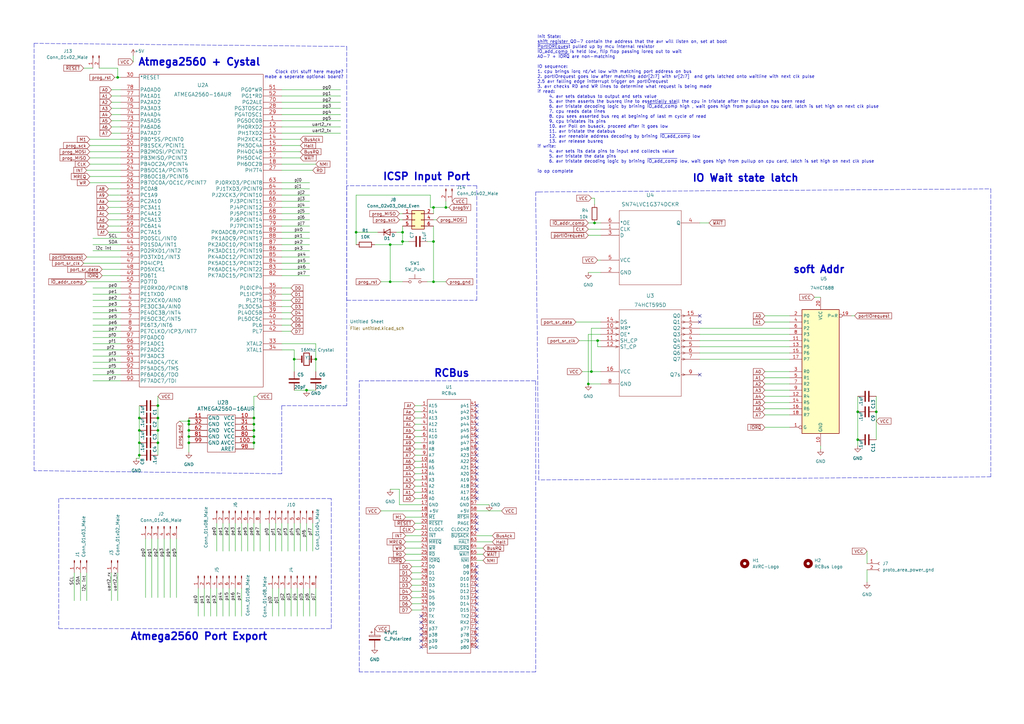
<source format=kicad_sch>
(kicad_sch (version 20211123) (generator eeschema)
  (paper "A3")
  (junction (at 351.79 180.34))
  (junction (at 242.57 152.4))
  (junction (at 48.26 31.75))
  (junction (at 165.1 99.06))
  (junction (at 177.8 115.57))
  (junction (at 77.47 172.72))
  (junction (at 77.47 176.53))
  (junction (at 177.8 85.09))
  (junction (at 77.47 173.99))
  (junction (at 57.15 171.45))
  (junction (at 64.77 176.53))
  (junction (at 64.77 166.37))
  (junction (at 165.1 95.25))
  (junction (at 104.14 181.61))
  (junction (at 243.84 91.44))
  (junction (at 177.8 99.06))
  (junction (at 120.65 147.32))
  (junction (at 104.14 179.07))
  (junction (at 64.77 171.45))
  (junction (at 57.15 186.69))
  (junction (at 351.79 168.91))
  (junction (at 64.77 181.61))
  (junction (at 160.02 100.33))
  (junction (at 146.05 95.25))
  (junction (at 77.47 179.07))
  (junction (at 77.47 181.61))
  (junction (at 129.54 147.32))
  (junction (at 359.41 168.91))
  (junction (at 57.15 176.53))
  (junction (at 241.3 157.48))
  (junction (at 104.14 171.45))
  (junction (at 160.02 115.57))
  (junction (at 104.14 173.99))
  (junction (at 245.11 139.7))
  (junction (at 57.15 181.61))
  (junction (at 125.73 160.02))
  (junction (at 104.14 176.53))
  (junction (at 182.88 85.09))
  (no_connect (at 287.02 132.08))
  (no_connect (at 287.02 129.54))
  (no_connect (at 172.72 257.81))
  (no_connect (at 172.72 262.89))
  (no_connect (at 287.02 153.67))
  (no_connect (at 195.58 265.43))
  (no_connect (at 195.58 262.89))
  (no_connect (at 195.58 260.35))
  (no_connect (at 195.58 237.49))
  (no_connect (at 195.58 234.95))
  (no_connect (at 195.58 232.41))
  (no_connect (at 195.58 217.17))
  (no_connect (at 195.58 214.63))
  (no_connect (at 195.58 212.09))
  (no_connect (at 195.58 257.81))
  (no_connect (at 195.58 255.27))
  (no_connect (at 195.58 252.73))
  (no_connect (at 195.58 250.19))
  (no_connect (at 195.58 247.65))
  (no_connect (at 195.58 245.11))
  (no_connect (at 195.58 242.57))
  (no_connect (at 195.58 240.03))
  (no_connect (at 195.58 204.47))
  (no_connect (at 195.58 196.85))
  (no_connect (at 195.58 173.99))
  (no_connect (at 195.58 171.45))
  (no_connect (at 195.58 168.91))
  (no_connect (at 195.58 166.37))
  (no_connect (at 195.58 201.93))
  (no_connect (at 195.58 199.39))
  (no_connect (at 195.58 194.31))
  (no_connect (at 195.58 191.77))
  (no_connect (at 195.58 189.23))
  (no_connect (at 195.58 186.69))
  (no_connect (at 195.58 184.15))
  (no_connect (at 195.58 181.61))
  (no_connect (at 195.58 179.07))
  (no_connect (at 195.58 176.53))
  (no_connect (at 172.72 255.27))
  (no_connect (at 172.72 260.35))
  (no_connect (at 172.72 252.73))
  (no_connect (at 172.72 265.43))
  (wire (pts (xy 106.68 226.06) (xy 106.68 214.63)))
  (wire (pts (xy 77.47 181.61) (xy 77.47 185.42)))
  (wire (pts (xy 64.77 181.61) (xy 64.77 186.69)))
  (wire (pts (xy 54.61 22.86) (xy 54.61 25.4)))
  (wire (pts (xy 36.83 57.15) (xy 49.53 57.15)))
  (wire (pts (xy 123.19 57.15) (xy 115.57 57.15)))
  (wire (pts (xy 36.83 67.31) (xy 49.53 67.31)))
  (wire (pts (xy 38.1 151.13) (xy 49.53 151.13)))
  (wire (pts (xy 115.57 85.09) (xy 127 85.09)))
  (wire (pts (xy 64.77 176.53) (xy 64.77 181.61)))
  (wire (pts (xy 245.11 142.24) (xy 245.11 139.7)))
  (wire (pts (xy 114.3 252.73) (xy 114.3 241.3)))
  (wire (pts (xy 359.41 168.91) (xy 359.41 180.34)))
  (wire (pts (xy 170.18 196.85) (xy 172.72 196.85)))
  (wire (pts (xy 351.79 168.91) (xy 351.79 180.34)))
  (wire (pts (xy 115.57 54.61) (xy 139.7 54.61)))
  (wire (pts (xy 313.69 152.4) (xy 323.85 152.4)))
  (wire (pts (xy 170.18 191.77) (xy 172.72 191.77)))
  (wire (pts (xy 55.88 187.96) (xy 57.15 187.96)))
  (wire (pts (xy 30.48 246.38) (xy 30.48 234.95)))
  (wire (pts (xy 77.47 171.45) (xy 77.47 172.72)))
  (wire (pts (xy 64.77 245.11) (xy 64.77 220.98)))
  (wire (pts (xy 287.02 142.24) (xy 323.85 142.24)))
  (wire (pts (xy 115.57 82.55) (xy 127 82.55)))
  (wire (pts (xy 170.18 194.31) (xy 172.72 194.31)))
  (wire (pts (xy 46.99 31.75) (xy 48.26 31.75)))
  (polyline (pts (xy 115.57 166.37) (xy 115.57 194.31)))
  (wire (pts (xy 125.73 226.06) (xy 125.73 214.63)))
  (wire (pts (xy 241.3 111.76) (xy 246.38 111.76)))
  (wire (pts (xy 99.06 252.73) (xy 99.06 241.3)))
  (wire (pts (xy 243.84 91.44) (xy 246.38 91.44)))
  (wire (pts (xy 38.1 125.73) (xy 49.53 125.73)))
  (wire (pts (xy 170.18 217.17) (xy 172.72 217.17)))
  (wire (pts (xy 86.36 252.73) (xy 86.36 241.3)))
  (wire (pts (xy 57.15 187.96) (xy 57.15 186.69)))
  (wire (pts (xy 38.1 143.51) (xy 49.53 143.51)))
  (wire (pts (xy 110.49 226.06) (xy 110.49 214.63)))
  (wire (pts (xy 287.02 91.44) (xy 290.83 91.44)))
  (wire (pts (xy 165.1 95.25) (xy 165.1 92.71)))
  (wire (pts (xy 101.6 226.06) (xy 101.6 214.63)))
  (wire (pts (xy 93.98 226.06) (xy 93.98 214.63)))
  (polyline (pts (xy 142.24 19.05) (xy 142.24 166.37)))
  (wire (pts (xy 120.65 160.02) (xy 125.73 160.02)))
  (wire (pts (xy 198.12 227.33) (xy 195.58 227.33)))
  (wire (pts (xy 176.53 80.01) (xy 176.53 85.09)))
  (wire (pts (xy 45.72 52.07) (xy 49.53 52.07)))
  (wire (pts (xy 168.91 237.49) (xy 172.72 237.49)))
  (wire (pts (xy 313.69 165.1) (xy 323.85 165.1)))
  (wire (pts (xy 163.83 87.63) (xy 165.1 87.63)))
  (wire (pts (xy 313.69 167.64) (xy 323.85 167.64)))
  (wire (pts (xy 313.69 160.02) (xy 323.85 160.02)))
  (wire (pts (xy 115.57 36.83) (xy 139.7 36.83)))
  (wire (pts (xy 115.57 105.41) (xy 127 105.41)))
  (polyline (pts (xy 406.4 77.47) (xy 406.4 195.58)))
  (wire (pts (xy 104.14 226.06) (xy 104.14 214.63)))
  (wire (pts (xy 123.19 59.69) (xy 115.57 59.69)))
  (wire (pts (xy 163.83 90.17) (xy 165.1 90.17)))
  (wire (pts (xy 160.02 115.57) (xy 160.02 100.33)))
  (wire (pts (xy 115.57 77.47) (xy 127 77.47)))
  (wire (pts (xy 104.14 173.99) (xy 104.14 171.45)))
  (wire (pts (xy 156.21 115.57) (xy 160.02 115.57)))
  (wire (pts (xy 163.83 207.01) (xy 163.83 200.66)))
  (wire (pts (xy 128.27 69.85) (xy 115.57 69.85)))
  (wire (pts (xy 91.44 252.73) (xy 91.44 241.3)))
  (wire (pts (xy 36.83 62.23) (xy 49.53 62.23)))
  (wire (pts (xy 44.45 95.25) (xy 49.53 95.25)))
  (polyline (pts (xy 219.71 78.74) (xy 220.98 78.74)))
  (wire (pts (xy 163.83 200.66) (xy 160.02 200.66)))
  (wire (pts (xy 48.26 31.75) (xy 49.53 31.75)))
  (wire (pts (xy 313.69 129.54) (xy 323.85 129.54)))
  (wire (pts (xy 119.38 120.65) (xy 115.57 120.65)))
  (wire (pts (xy 177.8 99.06) (xy 177.8 115.57)))
  (wire (pts (xy 36.83 72.39) (xy 49.53 72.39)))
  (wire (pts (xy 170.18 204.47) (xy 172.72 204.47)))
  (wire (pts (xy 170.18 186.69) (xy 172.72 186.69)))
  (wire (pts (xy 287.02 137.16) (xy 323.85 137.16)))
  (wire (pts (xy 129.54 252.73) (xy 129.54 241.3)))
  (wire (pts (xy 146.05 80.01) (xy 176.53 80.01)))
  (wire (pts (xy 120.65 147.32) (xy 120.65 152.4)))
  (wire (pts (xy 351.79 180.34) (xy 351.79 182.88)))
  (wire (pts (xy 77.47 173.99) (xy 77.47 176.53)))
  (wire (pts (xy 115.57 52.07) (xy 139.7 52.07)))
  (wire (pts (xy 313.69 154.94) (xy 323.85 154.94)))
  (wire (pts (xy 287.02 139.7) (xy 323.85 139.7)))
  (wire (pts (xy 38.1 120.65) (xy 49.53 120.65)))
  (wire (pts (xy 170.18 171.45) (xy 172.72 171.45)))
  (wire (pts (xy 44.45 92.71) (xy 49.53 92.71)))
  (wire (pts (xy 125.73 160.02) (xy 129.54 160.02)))
  (wire (pts (xy 166.37 224.79) (xy 172.72 224.79)))
  (wire (pts (xy 115.57 41.91) (xy 139.7 41.91)))
  (polyline (pts (xy 147.32 275.59) (xy 147.32 156.21)))
  (wire (pts (xy 182.88 82.55) (xy 182.88 85.09)))
  (wire (pts (xy 104.14 179.07) (xy 104.14 176.53)))
  (wire (pts (xy 166.37 229.87) (xy 172.72 229.87)))
  (wire (pts (xy 119.38 125.73) (xy 115.57 125.73)))
  (wire (pts (xy 245.11 106.68) (xy 246.38 106.68)))
  (wire (pts (xy 166.37 222.25) (xy 172.72 222.25)))
  (wire (pts (xy 35.56 105.41) (xy 49.53 105.41)))
  (wire (pts (xy 160.02 115.57) (xy 165.1 115.57)))
  (wire (pts (xy 72.39 245.11) (xy 72.39 220.98)))
  (wire (pts (xy 241.3 137.16) (xy 241.3 157.48)))
  (wire (pts (xy 45.72 54.61) (xy 49.53 54.61)))
  (wire (pts (xy 146.05 100.33) (xy 146.05 95.25)))
  (wire (pts (xy 38.1 148.59) (xy 49.53 148.59)))
  (wire (pts (xy 48.26 234.95) (xy 48.26 246.38)))
  (polyline (pts (xy 24.13 257.81) (xy 135.89 257.81)))
  (wire (pts (xy 35.56 69.85) (xy 49.53 69.85)))
  (wire (pts (xy 177.8 85.09) (xy 182.88 85.09)))
  (wire (pts (xy 81.28 252.73) (xy 81.28 241.3)))
  (wire (pts (xy 246.38 142.24) (xy 245.11 142.24)))
  (polyline (pts (xy 135.89 257.81) (xy 135.89 204.47)))
  (wire (pts (xy 355.6 226.06) (xy 355.6 231.14)))
  (wire (pts (xy 38.1 135.89) (xy 49.53 135.89)))
  (wire (pts (xy 336.55 184.15) (xy 336.55 182.88)))
  (wire (pts (xy 59.69 245.11) (xy 59.69 220.98)))
  (wire (pts (xy 156.21 209.55) (xy 172.72 209.55)))
  (wire (pts (xy 121.92 252.73) (xy 121.92 241.3)))
  (wire (pts (xy 77.47 172.72) (xy 77.47 173.99)))
  (wire (pts (xy 349.25 129.54) (xy 350.52 129.54)))
  (wire (pts (xy 198.12 229.87) (xy 195.58 229.87)))
  (wire (pts (xy 34.29 27.94) (xy 38.1 27.94)))
  (wire (pts (xy 36.83 59.69) (xy 49.53 59.69)))
  (wire (pts (xy 115.57 90.17) (xy 127 90.17)))
  (wire (pts (xy 177.8 99.06) (xy 177.8 92.71)))
  (wire (pts (xy 77.47 179.07) (xy 77.47 181.61)))
  (wire (pts (xy 166.37 212.09) (xy 172.72 212.09)))
  (wire (pts (xy 38.1 153.67) (xy 49.53 153.67)))
  (polyline (pts (xy 135.89 204.47) (xy 24.13 204.47)))
  (wire (pts (xy 242.57 134.62) (xy 242.57 152.4)))
  (wire (pts (xy 38.1 118.11) (xy 49.53 118.11)))
  (wire (pts (xy 40.64 27.94) (xy 48.26 27.94)))
  (wire (pts (xy 200.66 207.01) (xy 195.58 207.01)))
  (wire (pts (xy 45.72 46.99) (xy 49.53 46.99)))
  (wire (pts (xy 38.1 128.27) (xy 49.53 128.27)))
  (wire (pts (xy 129.54 147.32) (xy 129.54 152.4)))
  (wire (pts (xy 104.14 162.56) (xy 104.14 171.45)))
  (wire (pts (xy 45.72 36.83) (xy 49.53 36.83)))
  (wire (pts (xy 313.69 157.48) (xy 323.85 157.48)))
  (wire (pts (xy 166.37 219.71) (xy 172.72 219.71)))
  (wire (pts (xy 44.45 82.55) (xy 49.53 82.55)))
  (wire (pts (xy 165.1 99.06) (xy 165.1 95.25)))
  (wire (pts (xy 182.88 85.09) (xy 184.15 85.09)))
  (wire (pts (xy 73.66 172.72) (xy 77.47 172.72)))
  (wire (pts (xy 128.27 226.06) (xy 128.27 214.63)))
  (wire (pts (xy 123.19 62.23) (xy 115.57 62.23)))
  (wire (pts (xy 166.37 227.33) (xy 172.72 227.33)))
  (wire (pts (xy 243.84 83.82) (xy 243.84 81.28)))
  (wire (pts (xy 170.18 201.93) (xy 172.72 201.93)))
  (polyline (pts (xy 220.98 196.85) (xy 219.71 78.74)))
  (wire (pts (xy 115.57 46.99) (xy 139.7 46.99)))
  (wire (pts (xy 38.1 133.35) (xy 49.53 133.35)))
  (wire (pts (xy 120.65 143.51) (xy 120.65 147.32)))
  (wire (pts (xy 44.45 85.09) (xy 49.53 85.09)))
  (wire (pts (xy 170.18 173.99) (xy 172.72 173.99)))
  (wire (pts (xy 146.05 95.25) (xy 146.05 80.01)))
  (wire (pts (xy 34.29 107.95) (xy 49.53 107.95)))
  (wire (pts (xy 123.19 226.06) (xy 123.19 214.63)))
  (wire (pts (xy 241.3 96.52) (xy 246.38 96.52)))
  (wire (pts (xy 115.57 49.53) (xy 139.7 49.53)))
  (wire (pts (xy 313.69 162.56) (xy 323.85 162.56)))
  (polyline (pts (xy 147.32 156.21) (xy 156.21 156.21)))
  (wire (pts (xy 45.72 44.45) (xy 49.53 44.45)))
  (wire (pts (xy 120.65 147.32) (xy 121.92 147.32)))
  (wire (pts (xy 83.82 252.73) (xy 83.82 241.3)))
  (wire (pts (xy 35.56 115.57) (xy 49.53 115.57)))
  (wire (pts (xy 241.3 93.98) (xy 246.38 93.98)))
  (polyline (pts (xy 219.71 156.21) (xy 219.71 275.59)))
  (wire (pts (xy 165.1 99.06) (xy 165.1 100.33)))
  (wire (pts (xy 241.3 157.48) (xy 246.38 157.48)))
  (wire (pts (xy 176.53 85.09) (xy 177.8 85.09)))
  (wire (pts (xy 115.57 140.97) (xy 129.54 140.97)))
  (wire (pts (xy 198.12 224.79) (xy 195.58 224.79)))
  (wire (pts (xy 177.8 115.57) (xy 182.88 115.57)))
  (wire (pts (xy 115.57 39.37) (xy 139.7 39.37)))
  (wire (pts (xy 123.19 64.77) (xy 115.57 64.77)))
  (wire (pts (xy 124.46 252.73) (xy 124.46 241.3)))
  (wire (pts (xy 119.38 123.19) (xy 115.57 123.19)))
  (wire (pts (xy 45.72 234.95) (xy 45.72 246.38)))
  (wire (pts (xy 49.53 102.87) (xy 38.1 102.87)))
  (wire (pts (xy 170.18 184.15) (xy 172.72 184.15)))
  (wire (pts (xy 44.45 77.47) (xy 49.53 77.47)))
  (wire (pts (xy 236.22 132.08) (xy 246.38 132.08)))
  (wire (pts (xy 44.45 90.17) (xy 49.53 90.17)))
  (wire (pts (xy 104.14 162.56) (xy 105.41 162.56)))
  (wire (pts (xy 115.57 74.93) (xy 127 74.93)))
  (polyline (pts (xy 142.24 166.37) (xy 115.57 166.37)))
  (wire (pts (xy 119.38 118.11) (xy 115.57 118.11)))
  (wire (pts (xy 170.18 214.63) (xy 172.72 214.63)))
  (wire (pts (xy 313.69 132.08) (xy 323.85 132.08)))
  (wire (pts (xy 120.65 143.51) (xy 115.57 143.51)))
  (wire (pts (xy 120.65 226.06) (xy 120.65 214.63)))
  (wire (pts (xy 119.38 252.73) (xy 119.38 241.3)))
  (wire (pts (xy 241.3 91.44) (xy 243.84 91.44)))
  (wire (pts (xy 38.1 140.97) (xy 49.53 140.97)))
  (wire (pts (xy 104.14 176.53) (xy 104.14 173.99)))
  (wire (pts (xy 115.57 80.01) (xy 127 80.01)))
  (wire (pts (xy 36.83 74.93) (xy 49.53 74.93)))
  (wire (pts (xy 170.18 189.23) (xy 172.72 189.23)))
  (wire (pts (xy 111.76 252.73) (xy 111.76 241.3)))
  (wire (pts (xy 41.91 113.03) (xy 49.53 113.03)))
  (wire (pts (xy 160.02 100.33) (xy 165.1 100.33)))
  (wire (pts (xy 48.26 27.94) (xy 48.26 31.75)))
  (wire (pts (xy 38.1 97.79) (xy 49.53 97.79)))
  (polyline (pts (xy 220.98 78.74) (xy 406.4 77.47)))
  (wire (pts (xy 44.45 80.01) (xy 49.53 80.01)))
  (wire (pts (xy 115.57 102.87) (xy 127 102.87)))
  (wire (pts (xy 168.91 245.11) (xy 172.72 245.11)))
  (wire (pts (xy 146.05 95.25) (xy 154.94 95.25)))
  (wire (pts (xy 115.57 100.33) (xy 127 100.33)))
  (wire (pts (xy 243.84 81.28) (xy 242.57 81.28)))
  (polyline (pts (xy 13.97 17.78) (xy 142.24 19.05)))
  (wire (pts (xy 45.72 49.53) (xy 49.53 49.53)))
  (polyline (pts (xy 156.21 156.21) (xy 219.71 156.21)))
  (wire (pts (xy 38.1 146.05) (xy 49.53 146.05)))
  (wire (pts (xy 99.06 226.06) (xy 99.06 214.63)))
  (wire (pts (xy 170.18 168.91) (xy 172.72 168.91)))
  (wire (pts (xy 96.52 252.73) (xy 96.52 241.3)))
  (wire (pts (xy 168.91 242.57) (xy 172.72 242.57)))
  (wire (pts (xy 127 252.73) (xy 127 241.3)))
  (wire (pts (xy 38.1 100.33) (xy 49.53 100.33)))
  (wire (pts (xy 115.57 226.06) (xy 115.57 214.63)))
  (wire (pts (xy 168.91 232.41) (xy 172.72 232.41)))
  (wire (pts (xy 57.15 181.61) (xy 57.15 176.53)))
  (wire (pts (xy 115.57 113.03) (xy 127 113.03)))
  (wire (pts (xy 119.38 128.27) (xy 115.57 128.27)))
  (polyline (pts (xy 406.4 195.58) (xy 220.98 196.85)))
  (wire (pts (xy 201.93 222.25) (xy 195.58 222.25)))
  (wire (pts (xy 115.57 44.45) (xy 139.7 44.45)))
  (wire (pts (xy 38.1 123.19) (xy 49.53 123.19)))
  (wire (pts (xy 172.72 207.01) (xy 163.83 207.01)))
  (wire (pts (xy 64.77 171.45) (xy 64.77 176.53)))
  (wire (pts (xy 177.8 85.09) (xy 177.8 87.63)))
  (wire (pts (xy 118.11 226.06) (xy 118.11 214.63)))
  (wire (pts (xy 129.54 140.97) (xy 129.54 147.32)))
  (wire (pts (xy 313.69 170.18) (xy 323.85 170.18)))
  (wire (pts (xy 57.15 171.45) (xy 57.15 166.37)))
  (wire (pts (xy 170.18 176.53) (xy 172.72 176.53)))
  (wire (pts (xy 287.02 147.32) (xy 323.85 147.32)))
  (wire (pts (xy 334.01 121.92) (xy 336.55 121.92)))
  (wire (pts (xy 245.11 139.7) (xy 237.49 139.7)))
  (wire (pts (xy 38.1 130.81) (xy 49.53 130.81)))
  (polyline (pts (xy 219.71 275.59) (xy 147.32 275.59)))
  (wire (pts (xy 168.91 250.19) (xy 172.72 250.19)))
  (wire (pts (xy 38.1 156.21) (xy 49.53 156.21)))
  (wire (pts (xy 170.18 179.07) (xy 172.72 179.07)))
  (wire (pts (xy 313.69 175.26) (xy 323.85 175.26)))
  (wire (pts (xy 175.26 99.06) (xy 177.8 99.06)))
  (wire (pts (xy 359.41 162.56) (xy 359.41 168.91)))
  (wire (pts (xy 246.38 134.62) (xy 242.57 134.62)))
  (wire (pts (xy 104.14 181.61) (xy 104.14 184.15)))
  (wire (pts (xy 45.72 41.91) (xy 49.53 41.91)))
  (wire (pts (xy 36.83 64.77) (xy 49.53 64.77)))
  (wire (pts (xy 33.02 246.38) (xy 33.02 234.95)))
  (wire (pts (xy 238.76 152.4) (xy 242.57 152.4)))
  (wire (pts (xy 165.1 99.06) (xy 167.64 99.06)))
  (wire (pts (xy 96.52 226.06) (xy 96.52 214.63)))
  (wire (pts (xy 116.84 252.73) (xy 116.84 241.3)))
  (wire (pts (xy 162.56 95.25) (xy 165.1 95.25)))
  (wire (pts (xy 35.56 246.38) (xy 35.56 234.95)))
  (wire (pts (xy 57.15 186.69) (xy 57.15 181.61)))
  (wire (pts (xy 115.57 95.25) (xy 127 95.25)))
  (polyline (pts (xy 13.97 17.78) (xy 13.97 193.04)))
  (wire (pts (xy 67.31 245.11) (xy 67.31 220.98)))
  (polyline (pts (xy 142.24 76.2) (xy 142.24 123.19)))
  (wire (pts (xy 69.85 245.11) (xy 69.85 220.98)))
  (wire (pts (xy 115.57 107.95) (xy 127 107.95)))
  (wire (pts (xy 44.45 87.63) (xy 49.53 87.63)))
  (wire (pts (xy 115.57 87.63) (xy 127 87.63)))
  (polyline (pts (xy 142.24 123.19) (xy 195.58 123.19)))
  (wire (pts (xy 170.18 199.39) (xy 172.72 199.39)))
  (wire (pts (xy 168.91 247.65) (xy 172.72 247.65)))
  (wire (pts (xy 88.9 252.73) (xy 88.9 241.3)))
  (wire (pts (xy 119.38 135.89) (xy 115.57 135.89)))
  (polyline (pts (xy 115.57 194.31) (xy 13.97 193.04)))
  (wire (pts (xy 62.23 245.11) (xy 62.23 220.98)))
  (polyline (pts (xy 195.58 123.19) (xy 195.58 76.2)))
  (wire (pts (xy 153.67 100.33) (xy 160.02 100.33)))
  (wire (pts (xy 168.91 234.95) (xy 172.72 234.95)))
  (wire (pts (xy 119.38 133.35) (xy 115.57 133.35)))
  (wire (pts (xy 179.07 90.17) (xy 177.8 90.17)))
  (wire (pts (xy 168.91 240.03) (xy 172.72 240.03)))
  (wire (pts (xy 246.38 137.16) (xy 241.3 137.16)))
  (wire (pts (xy 119.38 130.81) (xy 115.57 130.81)))
  (wire (pts (xy 201.93 219.71) (xy 195.58 219.71)))
  (wire (pts (xy 93.98 252.73) (xy 93.98 241.3)))
  (wire (pts (xy 242.57 152.4) (xy 246.38 152.4)))
  (wire (pts (xy 115.57 110.49) (xy 127 110.49)))
  (wire (pts (xy 49.53 110.49) (xy 41.91 110.49)))
  (wire (pts (xy 287.02 134.62) (xy 323.85 134.62)))
  (wire (pts (xy 113.03 226.06) (xy 113.03 214.63)))
  (wire (pts (xy 115.57 97.79) (xy 127 97.79)))
  (wire (pts (xy 115.57 92.71) (xy 127 92.71)))
  (wire (pts (xy 129.54 67.31) (xy 115.57 67.31)))
  (wire (pts (xy 57.15 176.53) (xy 57.15 171.45)))
  (polyline (pts (xy 195.58 76.2) (xy 142.24 76.2)))
  (wire (pts (xy 245.11 139.7) (xy 246.38 139.7)))
  (wire (pts (xy 64.77 166.37) (xy 64.77 171.45)))
  (wire (pts (xy 170.18 181.61) (xy 172.72 181.61)))
  (wire (pts (xy 77.47 176.53) (xy 77.47 179.07)))
  (wire (pts (xy 351.79 162.56) (xy 351.79 168.91)))
  (wire (pts (xy 195.58 209.55) (xy 205.74 209.55)))
  (wire (pts (xy 287.02 144.78) (xy 323.85 144.78)))
  (wire (pts (xy 91.44 226.06) (xy 91.44 214.63)))
  (wire (pts (xy 104.14 181.61) (xy 104.14 179.07)))
  (polyline (pts (xy 24.13 204.47) (xy 24.13 257.81)))
  (wire (pts (xy 355.6 238.76) (xy 355.6 233.68)))
  (wire (pts (xy 175.26 115.57) (xy 177.8 115.57)))
  (wire (pts (xy 38.1 138.43) (xy 49.53 138.43)))
  (wire (pts (xy 64.77 162.56) (xy 64.77 166.37)))
  (polyline (pts (xy 135.89 257.81) (xy 135.89 257.81)))
  (wire (pts (xy 170.18 166.37) (xy 172.72 166.37)))
  (wire (pts (xy 45.72 39.37) (xy 49.53 39.37)))
  (wire (pts (xy 88.9 226.06) (xy 88.9 214.63)))
  (text "soft Addr" (at 325.12 112.395 0) (effects (font (size 3 3) (thickness 0.6) bold) (justify left bottom)))
  (text "Init State:\nshift register Q0-7 contain the address that the avr will listen on, set at boot\n~{PortIOREquest} pulled up by mcu internal resistor\n~{IO_add_comp} is held low, flip flop passing ioreq out to wait\nA0-7 + ~{IORQ} are non-matching \n\nIO sequence:\n1. cpu brings iorq rd/wt low with matching port address on bus\n2. portIOrequest goes low after matching addr[2:7] with sr[2:7]  and gets latched onto waitline with next clk pulse\n2.5 avr falling edge intterrupt trigger on portIOrequest\n3. avr checks RD and WR lines to determine what request is being made\nif read:\n	4. avr sets databus to output and sets value\n	5. avr then asserts the busreq line to essentially stall the cpu in tristate after the databus has been read\n	6. avr tristate decoding logic by brining ~{IO_add_comp} high , wait goes high from pullup on cpu card, latch is set high on next clk pluse\n	7. cpu reads data lines\n	8. cpu sees asserted bus req at begining of last m cycle of read\n	9. cpu tristates its pins\n	10. avr Poll on busack, proceed after it goes low\n	11. avr tristate the databus\n	12. avr reenable address decoding by brining ~{IO_add_comp} low\n	13. avr release busreq\nif write:\n	4. avr sets its data pins to input and collects value\n	5. avr tristate the data pins\n	6. avr tristate decoding logic by brining ~{IO_add_comp} low, wait goes high from pullup on cpu card, latch is set high on next clk pluse\n\nio op complete\n" (at 220.345 71.12 0) (effects (font (size 1.27 1.27)) (justify left bottom)))
  (text "Atmega2560 Port Export" (at 109.855 262.89 180) (effects (font (size 3 3) (thickness 0.6) bold) (justify right bottom)))
  (text "IO Wait state latch" (at 283.845 74.93 0) (effects (font (size 3 3) (thickness 0.6) bold) (justify left bottom)))
  (text "Clock ctrl stuff here maybe?\nmabe a seperate optional board?" (at 140.97 32.385 0) (effects (font (size 1.27 1.27)) (justify right bottom)))
  (text "ICSP Input Port" (at 156.845 74.295 0) (effects (font (size 3 3) (thickness 0.6) bold) (justify left bottom)))
  (text "Move address bus to ports A and C. thats where It belongs\n" (at 0 -6.35 0) (effects (font (size 4 4)) (justify left bottom)))
  (text "RCBus" (at 177.8 154.94 0) (effects (font (size 3 3) (thickness 0.6) bold) (justify left bottom)))
  (text "Atmega2560 + Cystal" (at 56.515 27.305 0) (effects (font (size 3 3) (thickness 0.6) bold) (justify left bottom)))
  (label "pf4" (at 44.45 148.59 0))
  (label "SDA" (at 33.02 240.03 90))
  (label "pj6" (at 127 246.38 90))
  (label "i2c int" (at 35.56 242.57 90))
  (label "pg1" (at 62.23 224.79 270))
  (label "pe2" (at 44.45 123.19 0))
  (label "pf2" (at 46.99 143.51 180))
  (label "pe4" (at 44.45 128.27 0))
  (label "pk2" (at 86.36 247.65 90))
  (label "pe1" (at 91.44 219.71 90))
  (label "pg5" (at 72.39 224.79 270))
  (label "pg2" (at 64.77 224.79 270))
  (label "pe0" (at 44.45 118.11 0))
  (label "pj2" (at 116.84 246.38 90))
  (label "uart2_tx" (at 48.26 242.57 90))
  (label "pk0" (at 81.28 247.65 90))
  (label "pj6" (at 121.92 90.17 0))
  (label "pe1" (at 44.45 120.65 0))
  (label "pf6" (at 46.99 153.67 180))
  (label "SDA" (at 44.45 100.33 0))
  (label "uart2_tx" (at 135.89 54.61 180))
  (label "pk3" (at 120.65 102.87 0))
  (label "pk2" (at 120.65 100.33 0))
  (label "pj1" (at 120.65 77.47 0))
  (label "pe3" (at 96.52 219.71 90))
  (label "pf2" (at 115.57 219.71 90))
  (label "pk5" (at 93.98 246.38 90))
  (label "pe7" (at 106.68 219.71 90))
  (label "pg4" (at 135.89 46.99 180))
  (label "pj1" (at 114.3 247.65 90))
  (label "pg3" (at 135.89 44.45 180))
  (label "pj2" (at 121.92 80.01 0))
  (label "pj4" (at 121.92 246.38 90))
  (label "pk6" (at 121.92 110.49 0))
  (label "pe5" (at 101.6 219.71 90))
  (label "pe5" (at 44.45 130.81 0))
  (label "pj0" (at 120.65 74.93 0))
  (label "pf3" (at 118.11 219.71 90))
  (label "uart2_rx" (at 135.89 52.07 180))
  (label "pk1" (at 83.82 247.65 90))
  (label "pe0" (at 88.9 219.71 90))
  (label "pg4" (at 69.85 224.79 270))
  (label "pk4" (at 121.92 105.41 0))
  (label "pg3" (at 67.31 224.79 270))
  (label "pf5" (at 123.19 219.71 90))
  (label "pg0" (at 59.69 224.79 270))
  (label "pg5" (at 135.89 49.53 180))
  (label "pe7" (at 44.45 135.89 0))
  (label "pj7" (at 129.54 246.38 90))
  (label "pe3" (at 44.45 125.73 0))
  (label "SCL" (at 44.45 97.79 0))
  (label "pe2" (at 93.98 219.71 90))
  (label "pf6" (at 125.73 217.17 270))
  (label "pj3" (at 121.92 82.55 0))
  (label "pj7" (at 121.92 92.71 0))
  (label "pk4" (at 91.44 246.38 90))
  (label "pg1" (at 135.89 39.37 180))
  (label "pf1" (at 113.03 219.71 90))
  (label "pf7" (at 128.27 219.71 90))
  (label "SCL" (at 30.48 240.03 90))
  (label "pj3" (at 119.38 246.38 90))
  (label "pk6" (at 96.52 246.38 90))
  (label "pk3" (at 88.9 247.65 90))
  (label "pf7" (at 44.45 156.21 0))
  (label "pf1" (at 44.45 140.97 0))
  (label "pe6" (at 44.45 133.35 0))
  (label "pg2" (at 135.89 41.91 180))
  (label "pe6" (at 104.14 219.71 90))
  (label "pj4" (at 121.92 85.09 0))
  (label "pk5" (at 121.92 107.95 0))
  (label "pj5" (at 124.46 246.38 90))
  (label "pg0" (at 135.89 36.83 180))
  (label "pk7" (at 121.92 113.03 0))
  (label "pf3" (at 44.45 146.05 0))
  (label "pe4" (at 99.06 219.71 90))
  (label "pf0" (at 44.45 138.43 0))
  (label "pk0" (at 120.65 95.25 0))
  (label "pj5" (at 121.92 87.63 0))
  (label "pf0" (at 110.49 219.71 90))
  (label "pf4" (at 120.65 219.71 90))
  (label "uart2_rx" (at 45.72 242.57 90))
  (label "pk1" (at 120.65 97.79 0))
  (label "pk7" (at 99.06 246.38 90))
  (label "pj0" (at 111.76 247.65 90))
  (label "i2c int" (at 45.72 102.87 180))
  (label "pf5" (at 44.45 151.13 0))
  (global_label "D6" (shape input) (at 168.91 247.65 180) (property "Intersheet References" "${INTERSHEET_REFS}" (effects hide)))
  (global_label "Ad" (shape input) (at 44.45 90.17 180) (property "Intersheet References" "${INTERSHEET_REFS}" (effects hide)))
  (global_label "D1" (shape input) (at 119.38 120.65 0) (property "Intersheet References" "${INTERSHEET_REFS}" (effects hide)))
  (global_label "BusRQ" (shape input) (at 123.19 62.23 0) (property "Intersheet References" "${INTERSHEET_REFS}" (effects hide)))
  (global_label "prog_gnd" (shape input) (at 73.66 172.72 270) (property "Intersheet References" "${INTERSHEET_REFS}" (effects hide)))
  (global_label "A5" (shape input) (at 313.69 165.1 180) (property "Intersheet References" "${INTERSHEET_REFS}" (effects hide)))
  (global_label "BusAck" (shape input) (at 201.93 219.71 0) (property "Intersheet References" "${INTERSHEET_REFS}" (effects hide)))
  (global_label "A1" (shape input) (at 170.18 201.93 180) (property "Intersheet References" "${INTERSHEET_REFS}" (effects hide)))
  (global_label "~{IORQ}" (shape input) (at 41.91 113.03 180) (property "Intersheet References" "${INTERSHEET_REFS}" (effects hide)))
  (global_label "A0" (shape input) (at 313.69 129.54 180) (property "Intersheet References" "${INTERSHEET_REFS}" (effects hide)))
  (global_label "Ae" (shape input) (at 44.45 92.71 180) (property "Intersheet References" "${INTERSHEET_REFS}" (effects hide)))
  (global_label "A1" (shape input) (at 313.69 132.08 180) (property "Intersheet References" "${INTERSHEET_REFS}" (effects hide)))
  (global_label "prog_rst" (shape input) (at 46.99 31.75 180) (property "Intersheet References" "${INTERSHEET_REFS}" (effects hide)))
  (global_label "D5" (shape input) (at 119.38 130.81 0) (property "Intersheet References" "${INTERSHEET_REFS}" (effects hide)))
  (global_label "A6" (shape input) (at 313.69 167.64 180) (property "Intersheet References" "${INTERSHEET_REFS}" (effects hide)))
  (global_label "A0" (shape input) (at 170.18 204.47 180) (property "Intersheet References" "${INTERSHEET_REFS}" (effects hide)))
  (global_label "port_sr_clk" (shape input) (at 237.49 139.7 180) (property "Intersheet References" "${INTERSHEET_REFS}" (effects hide)))
  (global_label "VCC" (shape input) (at 205.74 209.55 0) (property "Intersheet References" "${INTERSHEET_REFS}" (effects hide)))
  (global_label "prog_MOSI" (shape input) (at 36.83 62.23 180) (property "Intersheet References" "${INTERSHEET_REFS}" (effects hide)))
  (global_label "A0" (shape input) (at 45.72 36.83 180) (property "Intersheet References" "${INTERSHEET_REFS}" (effects hide)))
  (global_label "VCC" (shape input) (at 105.41 162.56 0) (property "Intersheet References" "${INTERSHEET_REFS}" (effects hide)))
  (global_label "~{IO_addr_comp}" (shape input) (at 241.3 91.44 180) (property "Intersheet References" "${INTERSHEET_REFS}" (effects hide)))
  (global_label "prog_MISO" (shape input) (at 163.83 87.63 180) (property "Intersheet References" "${INTERSHEET_REFS}" (effects hide)))
  (global_label "A2" (shape input) (at 313.69 157.48 180) (property "Intersheet References" "${INTERSHEET_REFS}" (effects hide)))
  (global_label "prog_sck" (shape input) (at 36.83 59.69 180) (property "Intersheet References" "${INTERSHEET_REFS}" (effects hide)))
  (global_label "CLK" (shape input) (at 36.83 67.31 180) (property "Intersheet References" "${INTERSHEET_REFS}" (effects hide)))
  (global_label "Ae" (shape input) (at 170.18 168.91 180) (property "Intersheet References" "${INTERSHEET_REFS}" (effects hide)))
  (global_label "VCC" (shape input) (at 334.01 121.92 180) (property "Intersheet References" "${INTERSHEET_REFS}" (effects hide)))
  (global_label "Ab" (shape input) (at 170.18 176.53 180) (property "Intersheet References" "${INTERSHEET_REFS}" (effects hide)))
  (global_label "Ab" (shape input) (at 44.45 85.09 180) (property "Intersheet References" "${INTERSHEET_REFS}" (effects hide)))
  (global_label "~{RESET}" (shape input) (at 170.18 214.63 180) (property "Intersheet References" "${INTERSHEET_REFS}" (effects hide)))
  (global_label "D5" (shape input) (at 168.91 245.11 180) (property "Intersheet References" "${INTERSHEET_REFS}" (effects hide)))
  (global_label "D1" (shape input) (at 168.91 234.95 180) (property "Intersheet References" "${INTERSHEET_REFS}" (effects hide)))
  (global_label "MREQ" (shape input) (at 36.83 72.39 180) (property "Intersheet References" "${INTERSHEET_REFS}" (effects hide)))
  (global_label "D3" (shape input) (at 119.38 125.73 0) (property "Intersheet References" "${INTERSHEET_REFS}" (effects hide)))
  (global_label "NMI" (shape input) (at 129.54 67.31 0) (property "Intersheet References" "${INTERSHEET_REFS}" (effects hide)))
  (global_label "~{WAIT}" (shape input) (at 198.12 227.33 0) (property "Intersheet References" "${INTERSHEET_REFS}" (effects hide)))
  (global_label "prog_rst" (shape input) (at 156.21 115.57 180) (property "Intersheet References" "${INTERSHEET_REFS}" (effects hide)))
  (global_label "D4" (shape input) (at 119.38 128.27 0) (property "Intersheet References" "${INTERSHEET_REFS}" (effects hide)))
  (global_label "VCC" (shape input) (at 156.21 209.55 180) (property "Intersheet References" "${INTERSHEET_REFS}" (effects hide)))
  (global_label "VCC" (shape input) (at 64.77 162.56 0) (property "Intersheet References" "${INTERSHEET_REFS}" (effects hide)))
  (global_label "prog_MOSI" (shape input) (at 179.07 90.17 0) (property "Intersheet References" "${INTERSHEET_REFS}" (effects hide)))
  (global_label "prog_MISO" (shape input) (at 36.83 64.77 180) (property "Intersheet References" "${INTERSHEET_REFS}" (effects hide)))
  (global_label "port_sr_clk" (shape input) (at 34.29 107.95 180) (property "Intersheet References" "${INTERSHEET_REFS}" (effects hide)))
  (global_label "D7" (shape input) (at 168.91 250.19 180) (property "Intersheet References" "${INTERSHEET_REFS}" (effects hide)))
  (global_label "VCC" (shape input) (at 355.6 226.06 180) (property "Intersheet References" "${INTERSHEET_REFS}" (effects hide)))
  (global_label "Aa" (shape input) (at 44.45 82.55 180) (property "Intersheet References" "${INTERSHEET_REFS}" (effects hide)))
  (global_label "Af" (shape input) (at 170.18 166.37 180) (property "Intersheet References" "${INTERSHEET_REFS}" (effects hide)))
  (global_label "~{IORQ}" (shape input) (at 313.69 175.26 180) (property "Intersheet References" "${INTERSHEET_REFS}" (effects hide)))
  (global_label "INT" (shape input) (at 35.56 69.85 180) (property "Intersheet References" "${INTERSHEET_REFS}" (effects hide)))
  (global_label "M1" (shape input) (at 36.83 57.15 180) (property "Intersheet References" "${INTERSHEET_REFS}" (effects hide)))
  (global_label "A7" (shape input) (at 45.72 54.61 180) (property "Intersheet References" "${INTERSHEET_REFS}" (effects hide)))
  (global_label "A9" (shape input) (at 44.45 80.01 180) (property "Intersheet References" "${INTERSHEET_REFS}" (effects hide)))
  (global_label "WR" (shape input) (at 36.83 74.93 180) (property "Intersheet References" "${INTERSHEET_REFS}" (effects hide)))
  (global_label "VCC" (shape input) (at 359.41 172.72 0) (property "Intersheet References" "${INTERSHEET_REFS}" (effects hide)))
  (global_label "Ad" (shape input) (at 170.18 171.45 180) (property "Intersheet References" "${INTERSHEET_REFS}" (effects hide)))
  (global_label "D2" (shape input) (at 168.91 237.49 180) (property "Intersheet References" "${INTERSHEET_REFS}" (effects hide)))
  (global_label "~{WAIT}" (shape input) (at 290.83 91.44 0) (property "Intersheet References" "${INTERSHEET_REFS}" (effects hide)))
  (global_label "VCC" (shape input) (at 185.42 82.55 0) (property "Intersheet References" "${INTERSHEET_REFS}" (effects hide)))
  (global_label "A4" (shape input) (at 313.69 162.56 180) (property "Intersheet References" "${INTERSHEET_REFS}" (effects hide)))
  (global_label "D4" (shape input) (at 168.91 242.57 180) (property "Intersheet References" "${INTERSHEET_REFS}" (effects hide)))
  (global_label "A6" (shape input) (at 45.72 52.07 180) (property "Intersheet References" "${INTERSHEET_REFS}" (effects hide)))
  (global_label "MREQ" (shape input) (at 166.37 222.25 180) (property "Intersheet References" "${INTERSHEET_REFS}" (effects hide)))
  (global_label "A5" (shape input) (at 45.72 49.53 180) (property "Intersheet References" "${INTERSHEET_REFS}" (effects hide)))
  (global_label "~{WAIT}" (shape input) (at 123.19 64.77 0) (property "Intersheet References" "${INTERSHEET_REFS}" (effects hide)))
  (global_label "NMI" (shape input) (at 198.12 229.87 0) (property "Intersheet References" "${INTERSHEET_REFS}" (effects hide)))
  (global_label "VCC" (shape input) (at 54.61 25.4 180) (property "Intersheet References" "${INTERSHEET_REFS}" (effects hide)))
  (global_label "CLK" (shape input) (at 241.3 93.98 180) (property "Intersheet References" "${INTERSHEET_REFS}" (effects hide)))
  (global_label "~{IORQ}" (shape input) (at 166.37 229.87 180) (property "Intersheet References" "${INTERSHEET_REFS}" (effects hide)))
  (global_label "A3" (shape input) (at 170.18 196.85 180) (property "Intersheet References" "${INTERSHEET_REFS}" (effects hide)))
  (global_label "BusRQ" (shape input) (at 198.12 224.79 0) (property "Intersheet References" "${INTERSHEET_REFS}" (effects hide)))
  (global_label "D7" (shape input) (at 119.38 135.89 0) (property "Intersheet References" "${INTERSHEET_REFS}" (effects hide)))
  (global_label "prog5V" (shape input) (at 184.15 85.09 0) (property "Intersheet References" "${INTERSHEET_REFS}" (effects hide)))
  (global_label "VCC" (shape input) (at 242.57 81.28 180) (property "Intersheet References" "${INTERSHEET_REFS}" (effects hide)))
  (global_label "A3" (shape input) (at 45.72 44.45 180) (property "Intersheet References" "${INTERSHEET_REFS}" (effects hide)))
  (global_label "RD" (shape input) (at 166.37 227.33 180) (property "Intersheet References" "${INTERSHEET_REFS}" (effects hide)))
  (global_label "Aa" (shape input) (at 170.18 179.07 180) (property "Intersheet References" "${INTERSHEET_REFS}" (effects hide)))
  (global_label "A1" (shape input) (at 313.69 154.94 180) (property "Intersheet References" "${INTERSHEET_REFS}" (effects hide)))
  (global_label "CLK" (shape input) (at 170.18 217.17 180) (property "Intersheet References" "${INTERSHEET_REFS}" (effects hide)))
  (global_label "VCC" (shape input) (at 245.11 106.68 180) (property "Intersheet References" "${INTERSHEET_REFS}" (effects hide)))
  (global_label "~{portIOrequest}" (shape input) (at 241.3 96.52 180) (property "Intersheet References" "${INTERSHEET_REFS}" (effects hide)))
  (global_label "D0" (shape input) (at 168.91 232.41 180) (property "Intersheet References" "${INTERSHEET_REFS}" (effects hide)))
  (global_label "Ac" (shape input) (at 170.18 173.99 180) (property "Intersheet References" "${INTERSHEET_REFS}" (effects hide)))
  (global_label "~{portIOrequest}" (shape input) (at 35.56 105.41 180) (property "Intersheet References" "${INTERSHEET_REFS}" (effects hide)))
  (global_label "A0" (shape input) (at 313.69 152.4 180) (property "Intersheet References" "${INTERSHEET_REFS}" (effects hide)))
  (global_label "D3" (shape input) (at 168.91 240.03 180) (property "Intersheet References" "${INTERSHEET_REFS}" (effects hide)))
  (global_label "A7" (shape input) (at 170.18 186.69 180) (property "Intersheet References" "${INTERSHEET_REFS}" (effects hide)))
  (global_label "prog_sck" (shape input) (at 163.83 90.17 180) (property "Intersheet References" "${INTERSHEET_REFS}" (effects hide)))
  (global_label "A8" (shape input) (at 170.18 184.15 180) (property "Intersheet References" "${INTERSHEET_REFS}" (effects hide)))
  (global_label "A4" (shape input) (at 170.18 194.31 180) (property "Intersheet References" "${INTERSHEET_REFS}" (effects hide)))
  (global_label "D6" (shape input) (at 119.38 133.35 0) (property "Intersheet References" "${INTERSHEET_REFS}" (effects hide)))
  (global_label "Halt" (shape input) (at 123.19 59.69 0) (property "Intersheet References" "${INTERSHEET_REFS}" (effects hide)))
  (global_label "port_sr_data" (shape input) (at 41.91 110.49 180) (property "Intersheet References" "${INTERSHEET_REFS}" (effects hide)))
  (global_label "Af" (shape input) (at 44.45 95.25 180) (property "Intersheet References" "${INTERSHEET_REFS}" (effects hide)))
  (global_label "A7" (shape input) (at 313.69 170.18 180) (property "Intersheet References" "${INTERSHEET_REFS}" (effects hide)))
  (global_label "A4" (shape input) (at 45.72 46.99 180) (property "Intersheet References" "${INTERSHEET_REFS}" (effects hide)))
  (global_label "A1" (shape input) (at 45.72 39.37 180) (property "Intersheet References" "${INTERSHEET_REFS}" (effects hide)))
  (global_label "RD" (shape input) (at 128.27 69.85 0) (property "Intersheet References" "${INTERSHEET_REFS}" (effects hide)))
  (global_label "~{IO_addr_comp}" (shape input) (at 35.56 115.57 180) (property "Intersheet References" "${INTERSHEET_REFS}" (effects hide)))
  (global_label "BusAck" (shape input) (at 123.19 57.15 0) (property "Intersheet References" "${INTERSHEET_REFS}" (effects hide)))
  (global_label "A2" (shape input) (at 170.18 199.39 180) (property "Intersheet References" "${INTERSHEET_REFS}" (effects hide)))
  (global_label "~{RESET}" (shape input) (at 34.29 27.94 180) (property "Intersheet References" "${INTERSHEET_REFS}" (effects hide)))
  (global_label "D2" (shape input) (at 119.38 123.19 0) (property "Intersheet References" "${INTERSHEET_REFS}" (effects hide)))
  (global_label "INT" (shape input) (at 166.37 219.71 180) (property "Intersheet References" "${INTERSHEET_REFS}" (effects hide)))
  (global_label "port_sr_data" (shape input) (at 236.22 132.08 180) (property "Intersheet References" "${INTERSHEET_REFS}" (effects hide)))
  (global_label "D0" (shape input) (at 119.38 118.11 0) (property "Intersheet References" "${INTERSHEET_REFS}" (effects hide)))
  (global_label "Halt" (shape input) (at 201.93 222.25 0) (property "Intersheet References" "${INTERSHEET_REFS}" (effects hide)))
  (global_label "prog_gnd" (shape input) (at 182.88 115.57 0) (property "Intersheet References" "${INTERSHEET_REFS}" (effects hide)))
  (global_label "A5" (shape input) (at 170.18 191.77 180) (property "Intersheet References" "${INTERSHEET_REFS}" (effects hide)))
  (global_label "A2" (shape input) (at 45.72 41.91 180) (property "Intersheet References" "${INTERSHEET_REFS}" (effects hide)))
  (global_label "Ac" (shape input) (at 44.45 87.63 180) (property "Intersheet References" "${INTERSHEET_REFS}" (effects hide)))
  (global_label "~{portIOrequest}" (shape input) (at 350.52 129.54 0) (property "Intersheet References" "${INTERSHEET_REFS}" (effects hide)))
  (global_label "A8" (shape input) (at 44.45 77.47 180) (property "Intersheet References" "${INTERSHEET_REFS}" (effects hide)))
  (global_label "A9" (shape input) (at 170.18 181.61 180) (property "Intersheet References" "${INTERSHEET_REFS}" (effects hide)))
  (global_label "A3" (shape input) (at 313.69 160.02 180) (property "Intersheet References" "${INTERSHEET_REFS}" (effects hide)))
  (global_label "VCC" (shape input) (at 238.76 152.4 180) (property "Intersheet References" "${INTERSHEET_REFS}" (effects hide)))
  (global_label "WR" (shape input) (at 166.37 224.79 180) (property "Intersheet References" "${INTERSHEET_REFS}" (effects hide)))
  (global_label "VCC" (shape input) (at 153.67 257.81 0) (property "Intersheet References" "${INTERSHEET_REFS}" (effects hide)))
  (global_label "M1" (shape input) (at 166.37 212.09 180) (property "Intersheet References" "${INTERSHEET_REFS}" (effects hide)))
  (global_label "A6" (shape input) (at 170.18 189.23 180) (property "Intersheet References" "${INTERSHEET_REFS}" (effects hide)))
  (symbol (lib_id "power:GND") (at 77.47 185.42 0) (unit 1)
    (property "Reference" "#PWR05" (effects hide))
    (property "Value" "GND" (at 77.47 190.5 0))
  )
  (symbol (lib_name "ATMEGA2560-16AUR_1") (lib_id "rc2014_ebus-cpu:ATMEGA2560-16AUR") (at 77.47 172.72 0) (unit 2)
    (property "Reference" "U2" (at 91.44 165.1 0) (effects (font (size 1.524 1.524))))
    (property "Value" "ATMEGA2560-16AUR" (at 92.71 167.64 0) (effects (font (size 1.524 1.524))))
    (property "Footprint" "lib-rc-duino:ATMEGA2560-16AUR" (effects hide))
  )
  (symbol (lib_id "power:GND") (at 336.55 184.15 0) (mirror y) (unit 1)
    (property "Reference" "#PWR010" (effects hide))
    (property "Value" "GND" (at 336.55 189.23 0))
  )
  (symbol (lib_id "Connector:Conn_01x08_Male") (at 96.52 209.55 90) (mirror x) (unit 1)
    (property "Reference" "J6" (at 96.5199 208.28 0) (effects (justify right)))
    (property "Value" "Conn_01x08_Male" (at 84.455 224.79 0) (effects (justify right)))
    (property "Footprint" "Connector_IDC:IDC-Header_2x04_P2.54mm_Horizontal" (effects hide))
  )
  (symbol (lib_id "Switch:SW_Push") (at 170.18 115.57 0) (unit 1)
    (property "Reference" "SW1" (at 170.18 107.95 0))
    (property "Value" "SW_Push" (at 170.18 110.49 0))
    (property "Footprint" "Button_Switch_SMD:SW_SPST_TL3342" (effects hide))
  )
  (symbol (lib_id "power:GND") (at 153.67 265.43 0) (unit 1)
    (property "Reference" "#PWR0102" (effects hide))
    (property "Value" "GND" (at 153.67 270.51 0))
  )
  (symbol (lib_id "rc2014_ebus-cpu:SN74LVC1G374DCKR") (at 246.38 91.44 0) (unit 1)
    (property "Reference" "U4" (at 266.7 80.01 0) (effects (font (size 1.524 1.524))))
    (property "Value" "SN74LVC1G374DCKR" (at 266.7 83.82 0) (effects (font (size 1.524 1.524))))
    (property "Footprint" "lib-rc-duino:SN74LVC1G374DCKR" (effects hide))
  )
  (symbol (lib_id "Device:C") (at 355.6 162.56 270) (unit 1)
    (property "Reference" "C13" (at 358.14 163.83 0) (effects (justify left)))
    (property "Value" ".1uf" (at 353.06 162.56 0) (effects (justify left)))
    (property "Footprint" "Capacitor_SMD:C_1206_3216Metric_Pad1.33x1.80mm_HandSolder" (effects hide))
  )
  (symbol (lib_id "Mechanical:MountingHole") (at 305.435 231.14 0) (unit 1)
    (property "Reference" "H1" (at 308.61 229.8699 0) (effects (justify left)))
    (property "Value" "AVRC-Logo" (at 308.61 232.4099 0) (effects (justify left)))
    (property "Footprint" "lib-rc-duino:avrc_2560" (effects hide))
  )
  (symbol (lib_id "power:GND") (at 241.3 111.76 0) (mirror y) (unit 1)
    (property "Reference" "#PWR07" (effects hide))
    (property "Value" "GND" (at 241.3 116.84 0))
  )
  (symbol (lib_id "power:GND") (at 125.73 160.02 0) (mirror y) (unit 1)
    (property "Reference" "#PWR06" (effects hide))
    (property "Value" "GND" (at 129.54 161.29 0))
  )
  (symbol (lib_id "power:GND") (at 55.88 187.96 0) (unit 1)
    (property "Reference" "#PWR04" (effects hide))
    (property "Value" "GND" (at 55.88 193.04 0))
  )
  (symbol (lib_id "Device:C") (at 129.54 156.21 0) (unit 1)
    (property "Reference" "C6" (at 130.81 153.67 0) (effects (justify left)))
    (property "Value" "20pF" (at 129.54 158.75 0) (effects (justify left)))
    (property "Footprint" "Capacitor_THT:C_Disc_D4.7mm_W2.5mm_P5.00mm" (effects hide))
  )
  (symbol (lib_id "power:+5V") (at 54.61 22.86 0) (unit 1)
    (property "Reference" "#PWR01" (effects hide))
    (property "Value" "+5V" (at 57.15 20.955 0))
  )
  (symbol (lib_id "Connector:Conn_01x02_Male") (at 38.1 22.86 90) (mirror x) (unit 1)
    (property "Reference" "J13" (at 26.035 20.955 90) (effects (justify right)))
    (property "Value" "Conn_01x02_Male" (at 19.05 23.495 90) (effects (justify right)))
    (property "Footprint" "Connector_PinSocket_2.54mm:PinSocket_1x02_P2.54mm_Vertical" (effects hide))
  )
  (symbol (lib_id "74xx:74HCT688") (at 336.55 152.4 0) (unit 1)
    (property "Reference" "U5" (at 337.82 114.3 0))
    (property "Value" "74HCT688" (at 337.185 118.11 0))
    (property "Footprint" "Package_SO:SOIC-20W_7.5x12.8mm_P1.27mm" (effects hide))
    (property "Datasheet" "https://www.ti.com/lit/ds/symlink/cd54hc688.pdf" (effects hide))
  )
  (symbol (lib_id "Connector:Conn_01x02_Female") (at 360.68 231.14 0) (unit 1)
    (property "Reference" "J7" (at 361.95 231.1399 0) (effects (justify left)))
    (property "Value" "proto_area_power_gnd" (at 361.95 233.6799 0) (effects (justify left)))
    (property "Footprint" "lib-rc-duino:protoarea" (effects hide))
  )
  (symbol (lib_id "RCBus:RCBus") (at 184.15 214.63 0) (unit 1)
    (property "Reference" "U1" (at 184.15 158.75 0))
    (property "Value" "RCBus" (at 184.15 161.29 0))
    (property "Footprint" "lib-rc-duino:RCBus" (effects hide))
  )
  (symbol (lib_id "Connector:Conn_01x08_Male") (at 118.11 209.55 90) (mirror x) (unit 1)
    (property "Reference" "J10" (at 119.38 207.01 90))
    (property "Value" "Conn_01x04_Male" (at 130.175 217.17 0))
    (property "Footprint" "Connector_IDC:IDC-Header_2x04_P2.54mm_Horizontal" (effects hide))
  )
  (symbol (lib_id "Device:C") (at 60.96 171.45 270) (unit 1)
    (property "Reference" "C2" (at 63.5 172.72 0) (effects (justify left)))
    (property "Value" ".1uf" (at 58.42 171.45 0) (effects (justify left)))
    (property "Footprint" "Capacitor_SMD:C_1206_3216Metric_Pad1.33x1.80mm_HandSolder" (effects hide))
  )
  (symbol (lib_id "Device:C") (at 60.96 186.69 90) (mirror x) (unit 1)
    (property "Reference" "C8" (at 58.42 187.96 0) (effects (justify left)))
    (property "Value" ".1uf" (at 63.5 186.69 0) (effects (justify left)))
    (property "Footprint" "Capacitor_SMD:C_1206_3216Metric_Pad1.33x1.80mm_HandSolder" (effects hide))
  )
  (symbol (lib_id "power:GND") (at 355.6 238.76 0) (unit 1)
    (property "Reference" "#PWR0103" (effects hide))
    (property "Value" "GND" (at 355.6 243.84 0))
  )
  (symbol (lib_id "Device:C") (at 120.65 156.21 0) (unit 1)
    (property "Reference" "C5" (at 121.92 153.67 0) (effects (justify left)))
    (property "Value" "20pF" (at 120.65 158.75 0) (effects (justify left)))
    (property "Footprint" "Capacitor_THT:C_Disc_D4.7mm_W2.5mm_P5.00mm" (effects hide))
  )
  (symbol (lib_id "Connector:Conn_01x08_Male") (at 88.9 236.22 90) (mirror x) (unit 1)
    (property "Reference" "J5" (at 88.8999 234.95 0) (effects (justify right)))
    (property "Value" "Conn_01x08_Male" (at 101.6 252.73 0) (effects (justify right)))
    (property "Footprint" "Connector_IDC:IDC-Header_2x04_P2.54mm_Horizontal" (effects hide))
  )
  (symbol (lib_id "Device:C") (at 60.96 181.61 270) (unit 1)
    (property "Reference" "C4" (at 63.5 182.88 0) (effects (justify left)))
    (property "Value" ".1uf" (at 58.42 181.61 0) (effects (justify left)))
    (property "Footprint" "Capacitor_SMD:C_1206_3216Metric_Pad1.33x1.80mm_HandSolder" (effects hide))
  )
  (symbol (lib_id "Connector:Conn_01x08_Male") (at 119.38 236.22 90) (mirror x) (unit 1)
    (property "Reference" "J4" (at 119.3799 234.95 0) (effects (justify right)))
    (property "Value" "Conn_01x08_Male" (at 108.585 253.365 0) (effects (justify right)))
    (property "Footprint" "Connector_IDC:IDC-Header_2x04_P2.54mm_Horizontal" (effects hide))
  )
  (symbol (lib_id "power:GND") (at 200.66 207.01 0) (unit 1)
    (property "Reference" "#PWR0101" (effects hide))
    (property "Value" "GND" (at 203.2 207.01 0))
  )
  (symbol (lib_id "Connector:Conn_01x03_Male") (at 33.02 229.87 90) (mirror x) (unit 1)
    (property "Reference" "J1" (at 31.7499 228.6 0) (effects (justify right)))
    (property "Value" "Conn_01x03_Male" (at 34.2899 228.6 0) (effects (justify right)))
    (property "Footprint" "Connector_PinHeader_2.54mm:PinHeader_1x03_P2.54mm_Vertical" (effects hide))
  )
  (symbol (lib_id "rc2014_ebus-cpu:74HCT595D") (at 266.7 143.51 0) (unit 1)
    (property "Reference" "U3" (at 266.7 121.285 0) (effects (font (size 1.524 1.524))))
    (property "Value" "74HCT595D" (at 266.7 125.095 0) (effects (font (size 1.524 1.524))))
    (property "Footprint" "lib-rc-duino:74HCT595D" (effects hide))
  )
  (symbol (lib_id "Mechanical:MountingHole") (at 331.47 231.14 0) (unit 1)
    (property "Reference" "H2" (at 334.01 229.8699 0) (effects (justify left)))
    (property "Value" "RCBus Logo" (at 334.01 232.4099 0) (effects (justify left)))
    (property "Footprint" "lib-rc-duino:RCBUS" (effects hide))
  )
  (symbol (lib_id "Connector:Conn_01x02_Male") (at 185.42 77.47 270) (unit 1)
    (property "Reference" "J14" (at 187.325 76.8349 90) (effects (justify left)))
    (property "Value" "Conn_01x02_Male" (at 187.325 79.3749 90) (effects (justify left)))
    (property "Footprint" "Connector_PinSocket_2.54mm:PinSocket_1x02_P2.54mm_Vertical" (effects hide))
  )
  (symbol (lib_id "power:GND") (at 351.79 182.88 0) (unit 1)
    (property "Reference" "#PWR012" (effects hide))
    (property "Value" "GND" (at 351.79 187.96 0))
  )
  (symbol (lib_id "Connector:Conn_01x06_Male") (at 64.77 215.9 90) (mirror x) (unit 1)
    (property "Reference" "J2" (at 66.04 210.82 90))
    (property "Value" "Conn_01x06_Male" (at 66.04 213.36 90))
    (property "Footprint" "Connector_PinHeader_2.54mm:PinHeader_1x06_P2.54mm_Vertical" (effects hide))
  )
  (symbol (lib_id "Device:R") (at 243.84 87.63 0) (mirror y) (unit 1)
    (property "Reference" "R4" (at 241.3 86.3599 0) (effects (justify left)))
    (property "Value" "10k" (at 241.3 88.8999 0) (effects (justify left)))
    (property "Footprint" "Resistor_SMD:R_1206_3216Metric_Pad1.30x1.75mm_HandSolder" (effects hide))
  )
  (symbol (lib_id "rc2014_ebus-cpu:ATMEGA2560-16AUR") (at 49.53 31.75 0) (unit 1)
    (property "Reference" "U2" (at 83.185 34.925 0) (effects (font (size 1.524 1.524))))
    (property "Value" "ATMEGA2560-16AUR" (at 83.185 38.735 0) (effects (font (size 1.524 1.524))))
    (property "Footprint" "lib-rc-duino:ATMEGA2560-16AUR" (effects hide))
  )
  (symbol (lib_id "power:GND") (at 241.3 157.48 0) (mirror y) (unit 1)
    (property "Reference" "#PWR08" (effects hide))
    (property "Value" "GND" (at 241.3 162.56 0))
  )
  (symbol (lib_id "Device:C") (at 60.96 176.53 270) (unit 1)
    (property "Reference" "C3" (at 63.5 177.8 0) (effects (justify left)))
    (property "Value" ".1uf" (at 58.42 176.53 0) (effects (justify left)))
    (property "Footprint" "Capacitor_SMD:C_1206_3216Metric_Pad1.33x1.80mm_HandSolder" (effects hide))
  )
  (symbol (lib_id "Device:C") (at 60.96 166.37 270) (unit 1)
    (property "Reference" "C1" (at 63.5 167.64 0) (effects (justify left)))
    (property "Value" ".1uf" (at 58.42 166.37 0) (effects (justify left)))
    (property "Footprint" "Capacitor_SMD:C_1206_3216Metric_Pad1.33x1.80mm_HandSolder" (effects hide))
  )
  (symbol (lib_id "Connector_Generic:Conn_02x03_Odd_Even") (at 170.18 90.17 0) (unit 1)
    (property "Reference" "J8" (at 161.29 81.915 0))
    (property "Value" "Conn_02x03_Odd_Even" (at 161.29 84.455 0))
    (property "Footprint" "Connector_IDC:IDC-Header_2x03_P2.54mm_Horizontal" (effects hide))
  )
  (symbol (lib_id "power:GND") (at 160.02 200.66 0) (unit 1)
    (property "Reference" "#PWR02" (effects hide))
    (property "Value" "GND" (at 160.02 205.74 0))
  )
  (symbol (lib_id "Device:C") (at 171.45 99.06 90) (unit 1)
    (property "Reference" "C7" (at 168.91 97.79 0) (effects (justify left)))
    (property "Value" ".1uF" (at 173.99 99.06 0) (effects (justify left)))
    (property "Footprint" "Capacitor_SMD:C_1206_3216Metric_Pad1.33x1.80mm_HandSolder" (effects hide))
  )
  (symbol (lib_id "Device:C_Polarized") (at 153.67 261.62 0) (unit 1)
    (property "Reference" "47uf1" (at 157.48 259.4609 0) (effects (justify left)))
    (property "Value" "C_Polarized" (at 157.48 262.0009 0) (effects (justify left)))
    (property "Footprint" "Capacitor_THT:CP_Radial_D5.0mm_P2.00mm" (effects hide))
  )
  (symbol (lib_id "Connector:Conn_01x02_Male") (at 45.72 229.87 90) (mirror x) (unit 1)
    (property "Reference" "J3" (at 45.7199 227.965 0) (effects (justify right)))
    (property "Value" "Conn_01x02_Male" (at 48.2599 227.965 0) (effects (justify right)))
    (property "Footprint" "Connector_PinHeader_2.54mm:PinHeader_1x02_P2.54mm_Vertical" (effects hide))
  )
  (symbol (lib_id "Device:Crystal") (at 125.73 147.32 0) (unit 1)
    (property "Reference" "Y1" (at 126.365 146.685 0))
    (property "Value" "16Mhz Crystal" (at 130.175 143.51 0))
    (property "Footprint" "Crystal:Crystal_HC49-U_Vertical" (effects hide))
  )
  (symbol (lib_id "Device:D") (at 158.75 95.25 0) (unit 1)
    (property "Reference" "D1" (at 158.75 97.79 0))
    (property "Value" "D" (at 161.29 96.52 0))
    (property "Footprint" "Diode_SMD:D_1206_3216Metric" (effects hide))
  )
  (symbol (lib_id "Device:C") (at 355.6 180.34 270) (unit 1)
    (property "Reference" "C11" (at 358.14 181.61 0) (effects (justify left)))
    (property "Value" ".1uf" (at 353.06 180.34 0) (effects (justify left)))
    (property "Footprint" "Capacitor_SMD:C_1206_3216Metric_Pad1.33x1.80mm_HandSolder" (effects hide))
  )
  (symbol (lib_id "Device:R") (at 149.86 100.33 90) (unit 1)
    (property "Reference" "R1" (at 149.86 94.615 90))
    (property "Value" "10K" (at 149.86 97.155 90))
    (property "Footprint" "Resistor_SMD:R_1206_3216Metric_Pad1.30x1.75mm_HandSolder" (effects hide))
  )
  (symbol (lib_id "Device:C") (at 355.6 168.91 270) (unit 1)
    (property "Reference" "C9" (at 358.14 170.18 0) (effects (justify left)))
    (property "Value" ".1uf" (at 353.06 168.91 0) (effects (justify left)))
    (property "Footprint" "Capacitor_SMD:C_1206_3216Metric_Pad1.33x1.80mm_HandSolder" (effects hide))
  )
  (sheet (at 143.51 133.35) (size 0 0) (stroke (width 0.1524))
    (property "Sheet name" "Untitled Sheet" (at 143.51 132.6384 0) (effects (justify left bottom)))
    (property "Sheet file" "untitled.kicad_sch" (at 143.51 133.9346 0) (effects (justify left top)))
  )
)
</source>
